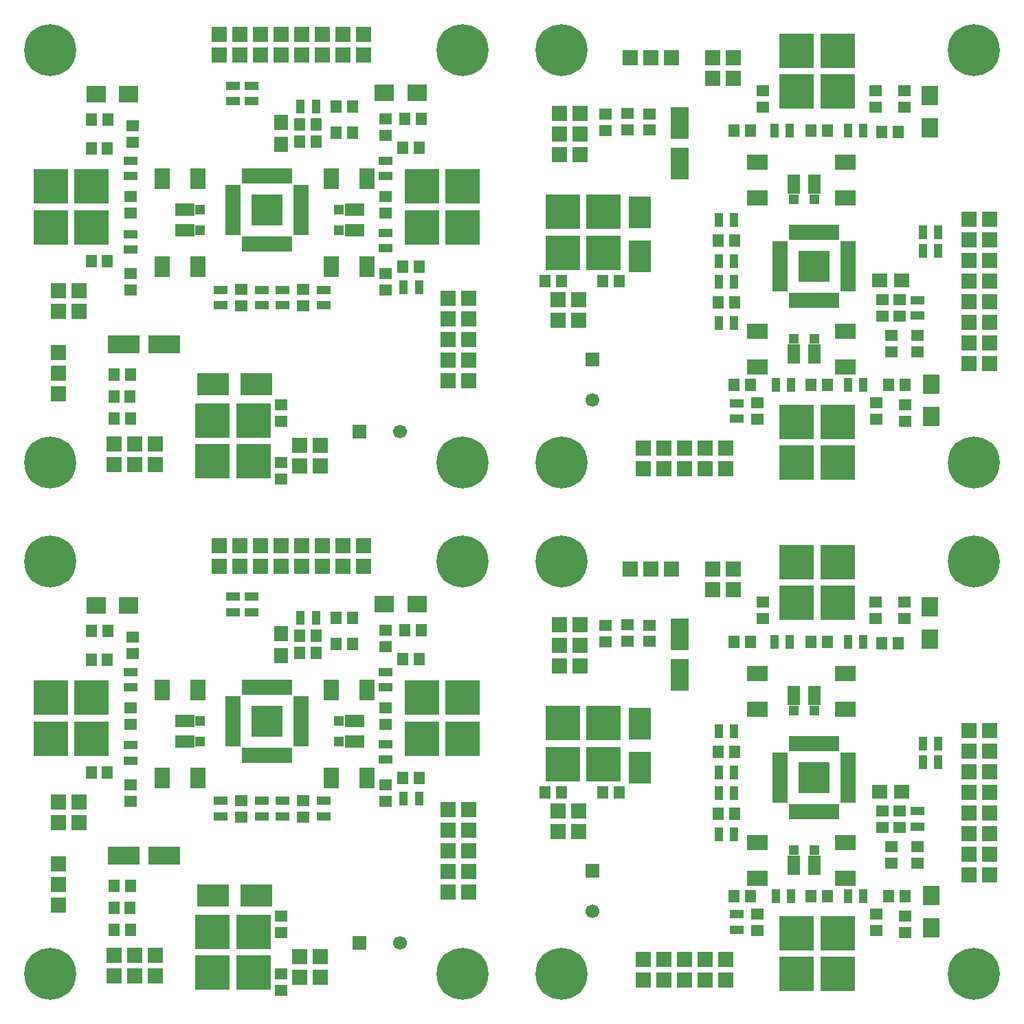
<source format=gbr>
G75*
G71*
%MOMM*%
%OFA0B0*%
%FSLAX53Y53*%
%IPPOS*%
%LPD*%
%ADD14R,1.90000X1.70000*%
%ADD18R,2.60000X1.90000*%
%ADD24R,1.90000X0.70000*%
%ADD25C,1.00000*%
%ADD26R,1.65000X1.40000*%
%ADD27R,1.70000X1.10000*%
%ADD28C,1.70000*%
%ADD30C,6.40000*%
%ADD31R,4.21000X4.21000*%
%ADD32R,2.70124X3.90012*%
%ADD33R,1.92400X1.92400*%
%ADD34R,0.70000X1.90000*%
%ADD36R,1.50000X2.40000*%
%ADD40R,1.40000X1.65000*%
%ADD41C,0.15000*%
%ADD46R,2.15000X2.15000*%
%ADD49R,1.20000X1.20000*%
%ADD53R,1.10000X1.70000*%
%ADD54R,2.10000X2.40000*%
%ADD57R,1.70000X1.70000*%
%ADD58R,2.20086X3.90012*%
%ADD66R,1.90000X2.60000*%
%ADD67R,2.40000X1.50000*%
%ADD68R,2.40000X2.10000*%
%ADD69R,3.90012X2.20086*%
%ADD70R,1.70000X1.90000*%
%ADD71R,3.90012X2.70124*%
X0000000Y0000000D02*
G01*
D41*
D66*
X0039456Y0028956D03*
X0043856Y0028956D03*
D49*
X0040391Y0033401D03*
D67*
X0042291Y0033401D03*
D40*
X0014653Y0012891D03*
X0012653Y0012891D03*
X0014700Y0015621D03*
X0012700Y0015621D03*
D26*
X0033274Y0004810D03*
X0033274Y0002810D03*
D40*
X0014716Y0010224D03*
X0012716Y0010224D03*
D26*
X0033274Y0009922D03*
X0033274Y0011922D03*
D40*
X0035576Y0044308D03*
X0037576Y0044308D03*
D57*
X0042926Y0008636D03*
D28*
X0047926Y0008636D03*
D26*
X0035941Y0024146D03*
X0035941Y0026146D03*
X0028321Y0024146D03*
X0028321Y0026146D03*
D40*
X0040021Y0045466D03*
X0042021Y0045466D03*
X0040021Y0048641D03*
X0042021Y0048641D03*
X0037576Y0046482D03*
X0035576Y0046482D03*
X0048530Y0047117D03*
X0050530Y0047117D03*
X0011875Y0047054D03*
X0009875Y0047054D03*
D26*
X0046101Y0026051D03*
X0046101Y0028051D03*
X0046101Y0045101D03*
X0046101Y0047101D03*
X0014732Y0026051D03*
X0014732Y0028051D03*
X0014923Y0046276D03*
X0014923Y0044276D03*
D40*
X0048276Y0043561D03*
X0050276Y0043561D03*
X0009859Y0029591D03*
X0011859Y0029591D03*
X0050276Y0028956D03*
X0048276Y0028956D03*
X0009859Y0043498D03*
X0011859Y0043498D03*
D69*
X0018819Y0019368D03*
X0013820Y0019368D03*
D49*
X0040391Y0035941D03*
D67*
X0042291Y0035941D03*
D49*
X0023260Y0035941D03*
D67*
X0021360Y0035941D03*
D49*
X0023260Y0033401D03*
D67*
X0021360Y0033401D03*
D33*
X0012637Y0004509D03*
X0012637Y0007049D03*
X0015177Y0004509D03*
X0015177Y0007049D03*
X0017717Y0004509D03*
X0017717Y0007049D03*
X0038097Y0006922D03*
X0038097Y0004382D03*
X0035560Y0006922D03*
X0035560Y0004382D03*
X0053848Y0025019D03*
X0056388Y0025019D03*
D31*
X0029845Y0004970D03*
X0029845Y0009970D03*
X0024765Y0004970D03*
X0024765Y0009970D03*
D33*
X0056388Y0022479D03*
X0053848Y0022479D03*
X0053848Y0019939D03*
X0056388Y0019939D03*
X0053848Y0017399D03*
X0056388Y0017399D03*
X0053848Y0014859D03*
X0056388Y0014859D03*
X0025654Y0057531D03*
X0025654Y0054991D03*
X0028194Y0057531D03*
X0028194Y0054991D03*
X0030734Y0054991D03*
X0030734Y0057531D03*
X0035814Y0057531D03*
X0035814Y0054991D03*
X0033274Y0057531D03*
X0033274Y0054991D03*
D31*
X0055626Y0033782D03*
X0050626Y0033782D03*
X0055626Y0038799D03*
X0050626Y0038799D03*
D33*
X0005779Y0018352D03*
X0005779Y0015812D03*
X0005779Y0013272D03*
X0008319Y0023432D03*
X0005779Y0023432D03*
X0040894Y0057531D03*
X0040894Y0054991D03*
X0038354Y0057531D03*
X0038354Y0054991D03*
X0008319Y0025972D03*
X0005779Y0025972D03*
X0043434Y0057531D03*
X0043434Y0054991D03*
D31*
X0004906Y0033782D03*
X0009906Y0033782D03*
X0004906Y0038799D03*
X0009906Y0038799D03*
D66*
X0039456Y0039751D03*
X0043856Y0039751D03*
X0023028Y0028956D03*
X0018628Y0028956D03*
X0023028Y0039751D03*
X0018628Y0039751D03*
D30*
X0055626Y0004826D03*
X0004826Y0055626D03*
X0055626Y0055626D03*
X0004826Y0004826D03*
D53*
X0050226Y0026416D03*
X0048326Y0026416D03*
D68*
X0049974Y0050356D03*
X0045974Y0050356D03*
D27*
X0038481Y0026096D03*
X0038481Y0024196D03*
X0025781Y0026096D03*
X0025781Y0024196D03*
X0033401Y0026096D03*
X0033401Y0024196D03*
X0030861Y0026096D03*
X0030861Y0024196D03*
D53*
X0035626Y0048641D03*
X0037526Y0048641D03*
D70*
X0033211Y0043989D03*
X0033211Y0046689D03*
D27*
X0029591Y0051242D03*
X0029591Y0049342D03*
D68*
X0010446Y0050165D03*
X0014446Y0050165D03*
D27*
X0027305Y0051242D03*
X0027305Y0049342D03*
X0046101Y0040071D03*
X0046101Y0041971D03*
X0014732Y0031054D03*
X0014732Y0032954D03*
X0046101Y0031181D03*
X0046101Y0033081D03*
X0014732Y0041971D03*
X0014732Y0040071D03*
D26*
X0046101Y0035576D03*
X0046101Y0037576D03*
X0014732Y0035576D03*
X0014732Y0037576D03*
D34*
X0034246Y0031741D03*
X0033746Y0031741D03*
X0033246Y0031741D03*
X0032746Y0031741D03*
X0032246Y0031741D03*
X0031746Y0031741D03*
X0031246Y0031741D03*
X0030746Y0031741D03*
X0030246Y0031741D03*
X0029746Y0031741D03*
X0029246Y0031741D03*
X0028746Y0031741D03*
D24*
X0027296Y0033191D03*
X0027296Y0033691D03*
X0027296Y0034191D03*
X0027296Y0034691D03*
X0027296Y0035191D03*
X0027296Y0035691D03*
X0027296Y0036191D03*
X0027296Y0036691D03*
X0027296Y0037191D03*
X0027296Y0037691D03*
X0027296Y0038191D03*
X0027296Y0038691D03*
D34*
X0028746Y0040141D03*
X0029246Y0040141D03*
X0029746Y0040141D03*
X0030246Y0040141D03*
X0030746Y0040141D03*
X0031246Y0040141D03*
X0031746Y0040141D03*
X0032246Y0040141D03*
X0032746Y0040141D03*
X0033246Y0040141D03*
X0033746Y0040141D03*
X0034246Y0040141D03*
D24*
X0035696Y0038691D03*
X0035696Y0038191D03*
X0035696Y0037691D03*
X0035696Y0037191D03*
X0035696Y0036691D03*
X0035696Y0036191D03*
X0035696Y0035691D03*
X0035696Y0035191D03*
X0035696Y0034691D03*
X0035696Y0034191D03*
X0035696Y0033691D03*
X0035696Y0033191D03*
D46*
X0030621Y0036816D03*
X0032371Y0036816D03*
X0030621Y0035066D03*
X0032371Y0035066D03*
D25*
X0032896Y0034541D03*
X0032896Y0035441D03*
X0032896Y0036441D03*
X0032896Y0037341D03*
X0031996Y0034541D03*
X0031996Y0035441D03*
X0031996Y0036441D03*
X0031996Y0037341D03*
X0030996Y0034541D03*
X0030996Y0035441D03*
X0030996Y0036441D03*
X0030996Y0037341D03*
X0030096Y0034541D03*
X0030096Y0035441D03*
X0030096Y0036441D03*
X0030096Y0037341D03*
D71*
X0030226Y0014478D03*
X0024826Y0014478D03*
X0000000Y0062990D02*
G01*
D41*
D66*
X0039456Y0091946D03*
X0043856Y0091946D03*
D49*
X0040391Y0096391D03*
D67*
X0042291Y0096391D03*
D40*
X0014653Y0075881D03*
X0012653Y0075881D03*
X0014700Y0078611D03*
X0012700Y0078611D03*
D26*
X0033274Y0067800D03*
X0033274Y0065800D03*
D40*
X0014716Y0073214D03*
X0012716Y0073214D03*
D26*
X0033274Y0072912D03*
X0033274Y0074912D03*
D40*
X0035576Y0107298D03*
X0037576Y0107298D03*
D57*
X0042926Y0071626D03*
D28*
X0047926Y0071626D03*
D26*
X0035941Y0087136D03*
X0035941Y0089136D03*
X0028321Y0087136D03*
X0028321Y0089136D03*
D40*
X0040021Y0108456D03*
X0042021Y0108456D03*
X0040021Y0111631D03*
X0042021Y0111631D03*
X0037576Y0109472D03*
X0035576Y0109472D03*
X0048530Y0110107D03*
X0050530Y0110107D03*
X0011875Y0110044D03*
X0009875Y0110044D03*
D26*
X0046101Y0089041D03*
X0046101Y0091041D03*
X0046101Y0108091D03*
X0046101Y0110091D03*
X0014732Y0089041D03*
X0014732Y0091041D03*
X0014923Y0109266D03*
X0014923Y0107266D03*
D40*
X0048276Y0106551D03*
X0050276Y0106551D03*
X0009859Y0092581D03*
X0011859Y0092581D03*
X0050276Y0091946D03*
X0048276Y0091946D03*
X0009859Y0106488D03*
X0011859Y0106488D03*
D69*
X0018819Y0082358D03*
X0013820Y0082358D03*
D49*
X0040391Y0098931D03*
D67*
X0042291Y0098931D03*
D49*
X0023260Y0098931D03*
D67*
X0021360Y0098931D03*
D49*
X0023260Y0096391D03*
D67*
X0021360Y0096391D03*
D33*
X0012637Y0067499D03*
X0012637Y0070039D03*
X0015177Y0067499D03*
X0015177Y0070039D03*
X0017717Y0067499D03*
X0017717Y0070039D03*
X0038097Y0069912D03*
X0038097Y0067372D03*
X0035560Y0069912D03*
X0035560Y0067372D03*
X0053848Y0088009D03*
X0056388Y0088009D03*
D31*
X0029845Y0067960D03*
X0029845Y0072960D03*
X0024765Y0067960D03*
X0024765Y0072960D03*
D33*
X0056388Y0085469D03*
X0053848Y0085469D03*
X0053848Y0082929D03*
X0056388Y0082929D03*
X0053848Y0080389D03*
X0056388Y0080389D03*
X0053848Y0077849D03*
X0056388Y0077849D03*
X0025654Y0120521D03*
X0025654Y0117981D03*
X0028194Y0120521D03*
X0028194Y0117981D03*
X0030734Y0117981D03*
X0030734Y0120521D03*
X0035814Y0120521D03*
X0035814Y0117981D03*
X0033274Y0120521D03*
X0033274Y0117981D03*
D31*
X0055626Y0096772D03*
X0050626Y0096772D03*
X0055626Y0101789D03*
X0050626Y0101789D03*
D33*
X0005779Y0081342D03*
X0005779Y0078802D03*
X0005779Y0076262D03*
X0008319Y0086422D03*
X0005779Y0086422D03*
X0040894Y0120521D03*
X0040894Y0117981D03*
X0038354Y0120521D03*
X0038354Y0117981D03*
X0008319Y0088962D03*
X0005779Y0088962D03*
X0043434Y0120521D03*
X0043434Y0117981D03*
D31*
X0004906Y0096772D03*
X0009906Y0096772D03*
X0004906Y0101789D03*
X0009906Y0101789D03*
D66*
X0039456Y0102741D03*
X0043856Y0102741D03*
X0023028Y0091946D03*
X0018628Y0091946D03*
X0023028Y0102741D03*
X0018628Y0102741D03*
D30*
X0055626Y0067816D03*
X0004826Y0118616D03*
X0055626Y0118616D03*
X0004826Y0067816D03*
D53*
X0050226Y0089406D03*
X0048326Y0089406D03*
D68*
X0049974Y0113346D03*
X0045974Y0113346D03*
D27*
X0038481Y0089086D03*
X0038481Y0087186D03*
X0025781Y0089086D03*
X0025781Y0087186D03*
X0033401Y0089086D03*
X0033401Y0087186D03*
X0030861Y0089086D03*
X0030861Y0087186D03*
D53*
X0035626Y0111631D03*
X0037526Y0111631D03*
D70*
X0033211Y0106979D03*
X0033211Y0109679D03*
D27*
X0029591Y0114232D03*
X0029591Y0112332D03*
D68*
X0010446Y0113155D03*
X0014446Y0113155D03*
D27*
X0027305Y0114232D03*
X0027305Y0112332D03*
X0046101Y0103061D03*
X0046101Y0104961D03*
X0014732Y0094044D03*
X0014732Y0095944D03*
X0046101Y0094171D03*
X0046101Y0096071D03*
X0014732Y0104961D03*
X0014732Y0103061D03*
D26*
X0046101Y0098566D03*
X0046101Y0100566D03*
X0014732Y0098566D03*
X0014732Y0100566D03*
D34*
X0034246Y0094731D03*
X0033746Y0094731D03*
X0033246Y0094731D03*
X0032746Y0094731D03*
X0032246Y0094731D03*
X0031746Y0094731D03*
X0031246Y0094731D03*
X0030746Y0094731D03*
X0030246Y0094731D03*
X0029746Y0094731D03*
X0029246Y0094731D03*
X0028746Y0094731D03*
D24*
X0027296Y0096181D03*
X0027296Y0096681D03*
X0027296Y0097181D03*
X0027296Y0097681D03*
X0027296Y0098181D03*
X0027296Y0098681D03*
X0027296Y0099181D03*
X0027296Y0099681D03*
X0027296Y0100181D03*
X0027296Y0100681D03*
X0027296Y0101181D03*
X0027296Y0101681D03*
D34*
X0028746Y0103131D03*
X0029246Y0103131D03*
X0029746Y0103131D03*
X0030246Y0103131D03*
X0030746Y0103131D03*
X0031246Y0103131D03*
X0031746Y0103131D03*
X0032246Y0103131D03*
X0032746Y0103131D03*
X0033246Y0103131D03*
X0033746Y0103131D03*
X0034246Y0103131D03*
D24*
X0035696Y0101681D03*
X0035696Y0101181D03*
X0035696Y0100681D03*
X0035696Y0100181D03*
X0035696Y0099681D03*
X0035696Y0099181D03*
X0035696Y0098681D03*
X0035696Y0098181D03*
X0035696Y0097681D03*
X0035696Y0097181D03*
X0035696Y0096681D03*
X0035696Y0096181D03*
D46*
X0030621Y0099806D03*
X0032371Y0099806D03*
X0030621Y0098056D03*
X0032371Y0098056D03*
D25*
X0032896Y0097531D03*
X0032896Y0098431D03*
X0032896Y0099431D03*
X0032896Y0100331D03*
X0031996Y0097531D03*
X0031996Y0098431D03*
X0031996Y0099431D03*
X0031996Y0100331D03*
X0030996Y0097531D03*
X0030996Y0098431D03*
X0030996Y0099431D03*
X0030996Y0100331D03*
X0030096Y0097531D03*
X0030096Y0098431D03*
X0030096Y0099431D03*
X0030096Y0100331D03*
D71*
X0030226Y0077468D03*
X0024826Y0077468D03*
X0062990Y0000000D02*
G01*
D41*
D18*
X0091946Y0020996D03*
X0091946Y0016596D03*
D49*
X0096391Y0020061D03*
D36*
X0096391Y0018161D03*
D26*
X0075881Y0045799D03*
X0075881Y0047799D03*
X0078611Y0045752D03*
X0078611Y0047752D03*
D40*
X0067800Y0027178D03*
X0065800Y0027178D03*
D26*
X0073214Y0045736D03*
X0073214Y0047736D03*
D40*
X0072912Y0027178D03*
X0074912Y0027178D03*
D26*
X0107298Y0024876D03*
X0107298Y0022876D03*
D57*
X0071626Y0017526D03*
D28*
X0071626Y0012526D03*
D40*
X0087136Y0024511D03*
X0089136Y0024511D03*
X0087136Y0032131D03*
X0089136Y0032131D03*
D26*
X0108456Y0020431D03*
X0108456Y0018431D03*
X0111631Y0020431D03*
X0111631Y0018431D03*
X0109472Y0022876D03*
X0109472Y0024876D03*
X0110107Y0011922D03*
X0110107Y0009922D03*
X0110044Y0048577D03*
X0110044Y0050577D03*
D40*
X0089041Y0014351D03*
X0091041Y0014351D03*
X0108091Y0014351D03*
X0110091Y0014351D03*
X0089041Y0045720D03*
X0091041Y0045720D03*
X0109266Y0045529D03*
X0107266Y0045529D03*
D26*
X0106551Y0012176D03*
X0106551Y0010176D03*
X0092581Y0050593D03*
X0092581Y0048593D03*
X0091946Y0010176D03*
X0091946Y0012176D03*
X0106488Y0050593D03*
X0106488Y0048593D03*
D58*
X0082358Y0041633D03*
X0082358Y0046632D03*
D49*
X0098931Y0020061D03*
D36*
X0098931Y0018161D03*
D49*
X0098931Y0037192D03*
D36*
X0098931Y0039092D03*
D49*
X0096391Y0037192D03*
D36*
X0096391Y0039092D03*
D33*
X0067499Y0047815D03*
X0070039Y0047815D03*
X0067499Y0045275D03*
X0070039Y0045275D03*
X0067499Y0042735D03*
X0070039Y0042735D03*
X0069912Y0022355D03*
X0067372Y0022355D03*
X0069912Y0024892D03*
X0067372Y0024892D03*
X0088009Y0006604D03*
X0088009Y0004064D03*
D31*
X0067960Y0030607D03*
X0072960Y0030607D03*
X0067960Y0035687D03*
X0072960Y0035687D03*
D33*
X0085469Y0004064D03*
X0085469Y0006604D03*
X0082929Y0006604D03*
X0082929Y0004064D03*
X0080389Y0006604D03*
X0080389Y0004064D03*
X0077849Y0006604D03*
X0077849Y0004064D03*
X0120521Y0034798D03*
X0117981Y0034798D03*
X0120521Y0032258D03*
X0117981Y0032258D03*
X0117981Y0029718D03*
X0120521Y0029718D03*
X0120521Y0024638D03*
X0117981Y0024638D03*
X0120521Y0027178D03*
X0117981Y0027178D03*
D31*
X0096772Y0004826D03*
X0096772Y0009826D03*
X0101789Y0004826D03*
X0101789Y0009826D03*
D33*
X0081342Y0054673D03*
X0078802Y0054673D03*
X0076262Y0054673D03*
X0086422Y0052133D03*
X0086422Y0054673D03*
X0120521Y0019558D03*
X0117981Y0019558D03*
X0120521Y0022098D03*
X0117981Y0022098D03*
X0088962Y0052133D03*
X0088962Y0054673D03*
X0120521Y0017018D03*
X0117981Y0017018D03*
D31*
X0096772Y0055546D03*
X0096772Y0050546D03*
X0101789Y0055546D03*
X0101789Y0050546D03*
D18*
X0102741Y0020996D03*
X0102741Y0016596D03*
X0091946Y0037424D03*
X0091946Y0041824D03*
X0102741Y0037424D03*
X0102741Y0041824D03*
D30*
X0067816Y0004826D03*
X0118616Y0055626D03*
X0118616Y0004826D03*
X0067816Y0055626D03*
D27*
X0089406Y0010226D03*
X0089406Y0012126D03*
D54*
X0113346Y0010478D03*
X0113346Y0014478D03*
D53*
X0089086Y0021971D03*
X0087186Y0021971D03*
X0089086Y0034671D03*
X0087186Y0034671D03*
X0089086Y0027051D03*
X0087186Y0027051D03*
X0089086Y0029591D03*
X0087186Y0029591D03*
D27*
X0111631Y0024826D03*
X0111631Y0022926D03*
D14*
X0106979Y0027241D03*
X0109679Y0027241D03*
D53*
X0114232Y0030861D03*
X0112332Y0030861D03*
D54*
X0113155Y0050006D03*
X0113155Y0046006D03*
D53*
X0114232Y0033147D03*
X0112332Y0033147D03*
X0103061Y0014351D03*
X0104961Y0014351D03*
X0094044Y0045720D03*
X0095944Y0045720D03*
X0094171Y0014351D03*
X0096071Y0014351D03*
X0104961Y0045720D03*
X0103061Y0045720D03*
D40*
X0098566Y0014351D03*
X0100566Y0014351D03*
X0098566Y0045720D03*
X0100566Y0045720D03*
D24*
X0094731Y0026206D03*
X0094731Y0026706D03*
X0094731Y0027206D03*
X0094731Y0027706D03*
X0094731Y0028206D03*
X0094731Y0028706D03*
X0094731Y0029206D03*
X0094731Y0029706D03*
X0094731Y0030206D03*
X0094731Y0030706D03*
X0094731Y0031206D03*
X0094731Y0031706D03*
D34*
X0096181Y0033156D03*
X0096681Y0033156D03*
X0097181Y0033156D03*
X0097681Y0033156D03*
X0098181Y0033156D03*
X0098681Y0033156D03*
X0099181Y0033156D03*
X0099681Y0033156D03*
X0100181Y0033156D03*
X0100681Y0033156D03*
X0101181Y0033156D03*
X0101681Y0033156D03*
D24*
X0103131Y0031706D03*
X0103131Y0031206D03*
X0103131Y0030706D03*
X0103131Y0030206D03*
X0103131Y0029706D03*
X0103131Y0029206D03*
X0103131Y0028706D03*
X0103131Y0028206D03*
X0103131Y0027706D03*
X0103131Y0027206D03*
X0103131Y0026706D03*
X0103131Y0026206D03*
D34*
X0101681Y0024756D03*
X0101181Y0024756D03*
X0100681Y0024756D03*
X0100181Y0024756D03*
X0099681Y0024756D03*
X0099181Y0024756D03*
X0098681Y0024756D03*
X0098181Y0024756D03*
X0097681Y0024756D03*
X0097181Y0024756D03*
X0096681Y0024756D03*
X0096181Y0024756D03*
D46*
X0099806Y0029831D03*
X0099806Y0028081D03*
X0098056Y0029831D03*
X0098056Y0028081D03*
D25*
X0097531Y0027556D03*
X0098431Y0027556D03*
X0099431Y0027556D03*
X0100331Y0027556D03*
X0097531Y0028456D03*
X0098431Y0028456D03*
X0099431Y0028456D03*
X0100331Y0028456D03*
X0097531Y0029456D03*
X0098431Y0029456D03*
X0099431Y0029456D03*
X0100331Y0029456D03*
X0097531Y0030356D03*
X0098431Y0030356D03*
X0099431Y0030356D03*
X0100331Y0030356D03*
D32*
X0077468Y0030226D03*
X0077468Y0035626D03*
X0062990Y0062990D02*
G01*
D41*
D18*
X0091946Y0083986D03*
X0091946Y0079586D03*
D49*
X0096391Y0083051D03*
D36*
X0096391Y0081151D03*
D26*
X0075881Y0108789D03*
X0075881Y0110789D03*
X0078611Y0108742D03*
X0078611Y0110742D03*
D40*
X0067800Y0090168D03*
X0065800Y0090168D03*
D26*
X0073214Y0108726D03*
X0073214Y0110726D03*
D40*
X0072912Y0090168D03*
X0074912Y0090168D03*
D26*
X0107298Y0087866D03*
X0107298Y0085866D03*
D57*
X0071626Y0080516D03*
D28*
X0071626Y0075516D03*
D40*
X0087136Y0087501D03*
X0089136Y0087501D03*
X0087136Y0095121D03*
X0089136Y0095121D03*
D26*
X0108456Y0083421D03*
X0108456Y0081421D03*
X0111631Y0083421D03*
X0111631Y0081421D03*
X0109472Y0085866D03*
X0109472Y0087866D03*
X0110107Y0074912D03*
X0110107Y0072912D03*
X0110044Y0111567D03*
X0110044Y0113567D03*
D40*
X0089041Y0077341D03*
X0091041Y0077341D03*
X0108091Y0077341D03*
X0110091Y0077341D03*
X0089041Y0108710D03*
X0091041Y0108710D03*
X0109266Y0108519D03*
X0107266Y0108519D03*
D26*
X0106551Y0075166D03*
X0106551Y0073166D03*
X0092581Y0113583D03*
X0092581Y0111583D03*
X0091946Y0073166D03*
X0091946Y0075166D03*
X0106488Y0113583D03*
X0106488Y0111583D03*
D58*
X0082358Y0104623D03*
X0082358Y0109622D03*
D49*
X0098931Y0083051D03*
D36*
X0098931Y0081151D03*
D49*
X0098931Y0100182D03*
D36*
X0098931Y0102082D03*
D49*
X0096391Y0100182D03*
D36*
X0096391Y0102082D03*
D33*
X0067499Y0110805D03*
X0070039Y0110805D03*
X0067499Y0108265D03*
X0070039Y0108265D03*
X0067499Y0105725D03*
X0070039Y0105725D03*
X0069912Y0085345D03*
X0067372Y0085345D03*
X0069912Y0087882D03*
X0067372Y0087882D03*
X0088009Y0069594D03*
X0088009Y0067054D03*
D31*
X0067960Y0093597D03*
X0072960Y0093597D03*
X0067960Y0098677D03*
X0072960Y0098677D03*
D33*
X0085469Y0067054D03*
X0085469Y0069594D03*
X0082929Y0069594D03*
X0082929Y0067054D03*
X0080389Y0069594D03*
X0080389Y0067054D03*
X0077849Y0069594D03*
X0077849Y0067054D03*
X0120521Y0097788D03*
X0117981Y0097788D03*
X0120521Y0095248D03*
X0117981Y0095248D03*
X0117981Y0092708D03*
X0120521Y0092708D03*
X0120521Y0087628D03*
X0117981Y0087628D03*
X0120521Y0090168D03*
X0117981Y0090168D03*
D31*
X0096772Y0067816D03*
X0096772Y0072816D03*
X0101789Y0067816D03*
X0101789Y0072816D03*
D33*
X0081342Y0117663D03*
X0078802Y0117663D03*
X0076262Y0117663D03*
X0086422Y0115123D03*
X0086422Y0117663D03*
X0120521Y0082548D03*
X0117981Y0082548D03*
X0120521Y0085088D03*
X0117981Y0085088D03*
X0088962Y0115123D03*
X0088962Y0117663D03*
X0120521Y0080008D03*
X0117981Y0080008D03*
D31*
X0096772Y0118536D03*
X0096772Y0113536D03*
X0101789Y0118536D03*
X0101789Y0113536D03*
D18*
X0102741Y0083986D03*
X0102741Y0079586D03*
X0091946Y0100414D03*
X0091946Y0104814D03*
X0102741Y0100414D03*
X0102741Y0104814D03*
D30*
X0067816Y0067816D03*
X0118616Y0118616D03*
X0118616Y0067816D03*
X0067816Y0118616D03*
D27*
X0089406Y0073216D03*
X0089406Y0075116D03*
D54*
X0113346Y0073468D03*
X0113346Y0077468D03*
D53*
X0089086Y0084961D03*
X0087186Y0084961D03*
X0089086Y0097661D03*
X0087186Y0097661D03*
X0089086Y0090041D03*
X0087186Y0090041D03*
X0089086Y0092581D03*
X0087186Y0092581D03*
D27*
X0111631Y0087816D03*
X0111631Y0085916D03*
D14*
X0106979Y0090231D03*
X0109679Y0090231D03*
D53*
X0114232Y0093851D03*
X0112332Y0093851D03*
D54*
X0113155Y0112996D03*
X0113155Y0108996D03*
D53*
X0114232Y0096137D03*
X0112332Y0096137D03*
X0103061Y0077341D03*
X0104961Y0077341D03*
X0094044Y0108710D03*
X0095944Y0108710D03*
X0094171Y0077341D03*
X0096071Y0077341D03*
X0104961Y0108710D03*
X0103061Y0108710D03*
D40*
X0098566Y0077341D03*
X0100566Y0077341D03*
X0098566Y0108710D03*
X0100566Y0108710D03*
D24*
X0094731Y0089196D03*
X0094731Y0089696D03*
X0094731Y0090196D03*
X0094731Y0090696D03*
X0094731Y0091196D03*
X0094731Y0091696D03*
X0094731Y0092196D03*
X0094731Y0092696D03*
X0094731Y0093196D03*
X0094731Y0093696D03*
X0094731Y0094196D03*
X0094731Y0094696D03*
D34*
X0096181Y0096146D03*
X0096681Y0096146D03*
X0097181Y0096146D03*
X0097681Y0096146D03*
X0098181Y0096146D03*
X0098681Y0096146D03*
X0099181Y0096146D03*
X0099681Y0096146D03*
X0100181Y0096146D03*
X0100681Y0096146D03*
X0101181Y0096146D03*
X0101681Y0096146D03*
D24*
X0103131Y0094696D03*
X0103131Y0094196D03*
X0103131Y0093696D03*
X0103131Y0093196D03*
X0103131Y0092696D03*
X0103131Y0092196D03*
X0103131Y0091696D03*
X0103131Y0091196D03*
X0103131Y0090696D03*
X0103131Y0090196D03*
X0103131Y0089696D03*
X0103131Y0089196D03*
D34*
X0101681Y0087746D03*
X0101181Y0087746D03*
X0100681Y0087746D03*
X0100181Y0087746D03*
X0099681Y0087746D03*
X0099181Y0087746D03*
X0098681Y0087746D03*
X0098181Y0087746D03*
X0097681Y0087746D03*
X0097181Y0087746D03*
X0096681Y0087746D03*
X0096181Y0087746D03*
D46*
X0099806Y0092821D03*
X0099806Y0091071D03*
X0098056Y0092821D03*
X0098056Y0091071D03*
D25*
X0097531Y0090546D03*
X0098431Y0090546D03*
X0099431Y0090546D03*
X0100331Y0090546D03*
X0097531Y0091446D03*
X0098431Y0091446D03*
X0099431Y0091446D03*
X0100331Y0091446D03*
X0097531Y0092446D03*
X0098431Y0092446D03*
X0099431Y0092446D03*
X0100331Y0092446D03*
X0097531Y0093346D03*
X0098431Y0093346D03*
X0099431Y0093346D03*
X0100331Y0093346D03*
D32*
X0077468Y0093216D03*
X0077468Y0098616D03*
M02*

</source>
